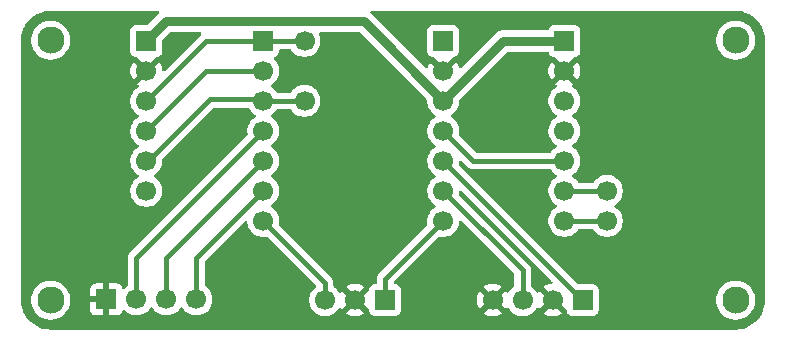
<source format=gbr>
%TF.GenerationSoftware,KiCad,Pcbnew,9.0.5*%
%TF.CreationDate,2025-10-12T13:28:30-04:00*%
%TF.ProjectId,operator-mk2,6f706572-6174-46f7-922d-6d6b322e6b69,rev?*%
%TF.SameCoordinates,Original*%
%TF.FileFunction,Copper,L2,Bot*%
%TF.FilePolarity,Positive*%
%FSLAX46Y46*%
G04 Gerber Fmt 4.6, Leading zero omitted, Abs format (unit mm)*
G04 Created by KiCad (PCBNEW 9.0.5) date 2025-10-12 13:28:30*
%MOMM*%
%LPD*%
G01*
G04 APERTURE LIST*
%TA.AperFunction,ComponentPad*%
%ADD10C,2.300000*%
%TD*%
%TA.AperFunction,ComponentPad*%
%ADD11R,1.700000X1.700000*%
%TD*%
%TA.AperFunction,ComponentPad*%
%ADD12C,1.700000*%
%TD*%
%TA.AperFunction,ViaPad*%
%ADD13C,1.700000*%
%TD*%
%TA.AperFunction,Conductor*%
%ADD14C,0.400000*%
%TD*%
%TA.AperFunction,Conductor*%
%ADD15C,0.800000*%
%TD*%
G04 APERTURE END LIST*
D10*
%TO.P,REF\u002A\u002A,*%
%TO.N,*%
X168000000Y-112000000D03*
%TD*%
%TO.P,REF\u002A\u002A,*%
%TO.N,*%
X168000000Y-90000000D03*
%TD*%
%TO.P,REF\u002A\u002A,*%
%TO.N,*%
X110000000Y-112000000D03*
%TD*%
%TO.P,REF\u002A\u002A,*%
%TO.N,*%
X110000000Y-90000000D03*
%TD*%
D11*
%TO.P,J4,1,Pin_1*%
%TO.N,3V*%
X153500000Y-90060000D03*
D12*
%TO.P,J4,2,Pin_2*%
%TO.N,GND*%
X153500000Y-92600000D03*
%TO.P,J4,3,Pin_3*%
%TO.N,unconnected-(J4-Pin_3-Pad3)*%
X153500000Y-95140000D03*
%TO.P,J4,4,Pin_4*%
%TO.N,unconnected-(J4-Pin_4-Pad4)*%
X153500000Y-97680000D03*
%TO.P,J4,5,Pin_5*%
%TO.N,DIN*%
X153500000Y-100220000D03*
%TO.P,J4,6,Pin_6*%
%TO.N,BCLK*%
X153500000Y-102760000D03*
%TO.P,J4,7,Pin_7*%
%TO.N,LRC*%
X153500000Y-105300000D03*
%TD*%
D11*
%TO.P,J3,1,Pin_1*%
%TO.N,D9*%
X155040000Y-112000000D03*
D12*
%TO.P,J3,2,Pin_2*%
%TO.N,GND*%
X152500000Y-112000000D03*
%TO.P,J3,3,Pin_3*%
%TO.N,D8*%
X149960000Y-112000000D03*
%TO.P,J3,4,Pin_4*%
%TO.N,GND*%
X147420000Y-112000000D03*
%TD*%
D11*
%TO.P,J5,1,Pin_1*%
%TO.N,BCLK*%
X128000000Y-90060000D03*
D12*
%TO.P,J5,2,Pin_2*%
%TO.N,DOUT*%
X128000000Y-92600000D03*
%TO.P,J5,3,Pin_3*%
%TO.N,LRC*%
X128000000Y-95140000D03*
%TO.P,J5,4,Pin_4*%
%TO.N,D3*%
X128000000Y-97680000D03*
%TO.P,J5,5,Pin_5*%
%TO.N,D4*%
X128000000Y-100220000D03*
%TO.P,J5,6,Pin_6*%
%TO.N,D5*%
X128000000Y-102760000D03*
%TO.P,J5,7,Pin_7*%
%TO.N,D6*%
X128000000Y-105300000D03*
%TD*%
D11*
%TO.P,J8,1,Pin_1*%
%TO.N,GND*%
X114720000Y-111950000D03*
D12*
%TO.P,J8,2,Pin_2*%
%TO.N,D3*%
X117260000Y-111950000D03*
%TO.P,J8,3,Pin_3*%
%TO.N,D4*%
X119800000Y-111950000D03*
%TO.P,J8,4,Pin_4*%
%TO.N,D5*%
X122340000Y-111950000D03*
%TD*%
D11*
%TO.P,J6,1,Pin_1*%
%TO.N,unconnected-(J6-Pin_1-Pad1)*%
X143235000Y-90060000D03*
D12*
%TO.P,J6,2,Pin_2*%
%TO.N,GND*%
X143235000Y-92600000D03*
%TO.P,J6,3,Pin_3*%
%TO.N,3V*%
X143235000Y-95140000D03*
%TO.P,J6,4,Pin_4*%
%TO.N,DIN*%
X143235000Y-97680000D03*
%TO.P,J6,5,Pin_5*%
%TO.N,D9*%
X143235000Y-100220000D03*
%TO.P,J6,6,Pin_6*%
%TO.N,D8*%
X143235000Y-102760000D03*
%TO.P,J6,7,Pin_7*%
%TO.N,D7*%
X143235000Y-105300000D03*
%TD*%
D11*
%TO.P,J1,1,Pin_1*%
%TO.N,D7*%
X138320000Y-112000000D03*
D12*
%TO.P,J1,2,Pin_2*%
%TO.N,GND*%
X135780000Y-112000000D03*
%TO.P,J1,3,Pin_3*%
%TO.N,D6*%
X133240000Y-112000000D03*
%TD*%
D11*
%TO.P,J2,1,Pin_1*%
%TO.N,3V*%
X118100000Y-90060000D03*
D12*
%TO.P,J2,2,Pin_2*%
%TO.N,GND*%
X118100000Y-92600000D03*
%TO.P,J2,3,Pin_3*%
%TO.N,BCLK*%
X118100000Y-95140000D03*
%TO.P,J2,4,Pin_4*%
%TO.N,DOUT*%
X118100000Y-97680000D03*
%TO.P,J2,5,Pin_5*%
%TO.N,LRC*%
X118100000Y-100220000D03*
%TO.P,J2,6,Pin_6*%
%TO.N,unconnected-(J2-Pin_6-Pad6)*%
X118100000Y-102760000D03*
%TD*%
D13*
%TO.N,BCLK*%
X131500000Y-90060000D03*
X157100000Y-102760000D03*
%TO.N,LRC*%
X157100000Y-105300000D03*
X131500000Y-95140000D03*
%TD*%
D14*
%TO.N,BCLK*%
X128000000Y-90060000D02*
X123180000Y-90060000D01*
X128000000Y-90060000D02*
X131500000Y-90060000D01*
X123180000Y-90060000D02*
X118100000Y-95140000D01*
X157100000Y-102760000D02*
X153500000Y-102760000D01*
%TO.N,LRC*%
X127860000Y-95000000D02*
X123500000Y-95000000D01*
X157100000Y-105300000D02*
X153500000Y-105300000D01*
X128000000Y-95140000D02*
X127860000Y-95000000D01*
X128000000Y-95140000D02*
X131500000Y-95140000D01*
X118280000Y-100220000D02*
X118100000Y-100220000D01*
X123500000Y-95000000D02*
X118280000Y-100220000D01*
D15*
%TO.N,3V*%
X148315000Y-90060000D02*
X153500000Y-90060000D01*
X119751000Y-88409000D02*
X118100000Y-90060000D01*
X143235000Y-95140000D02*
X148315000Y-90060000D01*
X136504000Y-88409000D02*
X119751000Y-88409000D01*
X143235000Y-95140000D02*
X136504000Y-88409000D01*
D14*
%TO.N,DOUT*%
X123180000Y-92600000D02*
X118100000Y-97680000D01*
X128000000Y-92600000D02*
X123180000Y-92600000D01*
%TO.N,DIN*%
X143235000Y-97680000D02*
X145775000Y-100220000D01*
X145775000Y-100220000D02*
X153500000Y-100220000D01*
%TO.N,D7*%
X143235000Y-105300000D02*
X138320000Y-110215000D01*
X138320000Y-110215000D02*
X138320000Y-112000000D01*
%TO.N,D9*%
X143235000Y-100220000D02*
X155015000Y-112000000D01*
X155015000Y-112000000D02*
X155040000Y-112000000D01*
%TO.N,D4*%
X128000000Y-100220000D02*
X119800000Y-108420000D01*
X119800000Y-108420000D02*
X119800000Y-111950000D01*
%TO.N,D8*%
X149960000Y-109485000D02*
X149960000Y-112000000D01*
X143235000Y-102760000D02*
X149960000Y-109485000D01*
%TO.N,D5*%
X128000000Y-102760000D02*
X122340000Y-108420000D01*
X122340000Y-108420000D02*
X122340000Y-111950000D01*
%TO.N,D6*%
X128000000Y-105300000D02*
X133240000Y-110540000D01*
X133240000Y-110540000D02*
X133240000Y-112000000D01*
%TO.N,D3*%
X117260000Y-108420000D02*
X117260000Y-111950000D01*
X128000000Y-97680000D02*
X117260000Y-108420000D01*
%TD*%
%TA.AperFunction,Conductor*%
%TO.N,GND*%
G36*
X119153677Y-87520185D02*
G01*
X119199432Y-87572989D01*
X119209376Y-87642147D01*
X119180351Y-87705703D01*
X119174319Y-87712181D01*
X118213317Y-88673181D01*
X118151994Y-88706666D01*
X118125636Y-88709500D01*
X117202129Y-88709500D01*
X117202123Y-88709501D01*
X117142516Y-88715908D01*
X117007671Y-88766202D01*
X117007664Y-88766206D01*
X116892455Y-88852452D01*
X116892452Y-88852455D01*
X116806206Y-88967664D01*
X116806202Y-88967671D01*
X116755908Y-89102517D01*
X116749816Y-89159184D01*
X116749501Y-89162123D01*
X116749500Y-89162135D01*
X116749500Y-90957870D01*
X116749501Y-90957876D01*
X116755908Y-91017483D01*
X116806202Y-91152328D01*
X116806206Y-91152335D01*
X116892452Y-91267544D01*
X116892455Y-91267547D01*
X117007664Y-91353793D01*
X117007671Y-91353797D01*
X117052618Y-91370561D01*
X117142517Y-91404091D01*
X117202127Y-91410500D01*
X117212685Y-91410499D01*
X117279723Y-91430179D01*
X117300372Y-91446818D01*
X117970591Y-92117037D01*
X117907007Y-92134075D01*
X117792993Y-92199901D01*
X117699901Y-92292993D01*
X117634075Y-92407007D01*
X117617037Y-92470591D01*
X116984728Y-91838282D01*
X116984727Y-91838282D01*
X116945380Y-91892439D01*
X116848904Y-92081782D01*
X116783242Y-92283869D01*
X116783242Y-92283872D01*
X116750000Y-92493753D01*
X116750000Y-92706246D01*
X116783242Y-92916127D01*
X116783242Y-92916130D01*
X116848904Y-93118217D01*
X116945375Y-93307550D01*
X116984728Y-93361716D01*
X117617037Y-92729408D01*
X117634075Y-92792993D01*
X117699901Y-92907007D01*
X117792993Y-93000099D01*
X117907007Y-93065925D01*
X117970590Y-93082962D01*
X117338282Y-93715269D01*
X117338282Y-93715270D01*
X117392452Y-93754626D01*
X117392451Y-93754626D01*
X117401495Y-93759234D01*
X117452292Y-93807208D01*
X117469087Y-93875029D01*
X117446550Y-93941164D01*
X117401499Y-93980202D01*
X117392182Y-93984949D01*
X117220213Y-94109890D01*
X117069890Y-94260213D01*
X116944951Y-94432179D01*
X116848444Y-94621585D01*
X116782753Y-94823760D01*
X116749500Y-95033713D01*
X116749500Y-95246286D01*
X116782753Y-95456239D01*
X116848444Y-95658414D01*
X116944951Y-95847820D01*
X117069890Y-96019786D01*
X117220213Y-96170109D01*
X117392182Y-96295050D01*
X117400946Y-96299516D01*
X117451742Y-96347491D01*
X117468536Y-96415312D01*
X117445998Y-96481447D01*
X117400946Y-96520484D01*
X117392182Y-96524949D01*
X117220213Y-96649890D01*
X117069890Y-96800213D01*
X116944951Y-96972179D01*
X116848444Y-97161585D01*
X116782753Y-97363760D01*
X116774285Y-97417227D01*
X116749500Y-97573713D01*
X116749500Y-97786287D01*
X116782754Y-97996243D01*
X116828889Y-98138232D01*
X116848444Y-98198414D01*
X116944951Y-98387820D01*
X117069890Y-98559786D01*
X117220213Y-98710109D01*
X117392182Y-98835050D01*
X117400946Y-98839516D01*
X117451742Y-98887491D01*
X117468536Y-98955312D01*
X117445998Y-99021447D01*
X117400946Y-99060484D01*
X117392182Y-99064949D01*
X117220213Y-99189890D01*
X117069890Y-99340213D01*
X116944951Y-99512179D01*
X116848444Y-99701585D01*
X116782753Y-99903760D01*
X116749500Y-100113713D01*
X116749500Y-100326286D01*
X116780613Y-100522730D01*
X116782754Y-100536243D01*
X116798850Y-100585782D01*
X116848444Y-100738414D01*
X116944951Y-100927820D01*
X117069890Y-101099786D01*
X117220213Y-101250109D01*
X117392182Y-101375050D01*
X117400946Y-101379516D01*
X117451742Y-101427491D01*
X117468536Y-101495312D01*
X117445998Y-101561447D01*
X117400946Y-101600484D01*
X117392182Y-101604949D01*
X117220213Y-101729890D01*
X117069890Y-101880213D01*
X116944951Y-102052179D01*
X116848444Y-102241585D01*
X116782753Y-102443760D01*
X116749500Y-102653713D01*
X116749500Y-102866286D01*
X116780613Y-103062730D01*
X116782754Y-103076243D01*
X116798850Y-103125782D01*
X116848444Y-103278414D01*
X116944951Y-103467820D01*
X117069890Y-103639786D01*
X117220213Y-103790109D01*
X117392179Y-103915048D01*
X117392181Y-103915049D01*
X117392184Y-103915051D01*
X117581588Y-104011557D01*
X117783757Y-104077246D01*
X117993713Y-104110500D01*
X117993714Y-104110500D01*
X118206286Y-104110500D01*
X118206287Y-104110500D01*
X118416243Y-104077246D01*
X118618412Y-104011557D01*
X118807816Y-103915051D01*
X118829789Y-103899086D01*
X118979786Y-103790109D01*
X118979788Y-103790106D01*
X118979792Y-103790104D01*
X119130104Y-103639792D01*
X119130106Y-103639788D01*
X119130109Y-103639786D01*
X119255048Y-103467820D01*
X119255047Y-103467820D01*
X119255051Y-103467816D01*
X119351557Y-103278412D01*
X119417246Y-103076243D01*
X119450500Y-102866287D01*
X119450500Y-102653713D01*
X119417246Y-102443757D01*
X119351557Y-102241588D01*
X119255051Y-102052184D01*
X119255049Y-102052181D01*
X119255048Y-102052179D01*
X119130109Y-101880213D01*
X118979786Y-101729890D01*
X118807820Y-101604951D01*
X118807115Y-101604591D01*
X118799054Y-101600485D01*
X118748259Y-101552512D01*
X118731463Y-101484692D01*
X118753999Y-101418556D01*
X118799054Y-101379515D01*
X118807816Y-101375051D01*
X118829789Y-101359086D01*
X118979786Y-101250109D01*
X118979788Y-101250106D01*
X118979792Y-101250104D01*
X119130104Y-101099792D01*
X119130106Y-101099788D01*
X119130109Y-101099786D01*
X119255048Y-100927820D01*
X119255047Y-100927820D01*
X119255051Y-100927816D01*
X119351557Y-100738412D01*
X119417246Y-100536243D01*
X119450500Y-100326287D01*
X119450500Y-100113713D01*
X119450326Y-100112617D01*
X119450380Y-100112197D01*
X119450118Y-100108860D01*
X119450819Y-100108804D01*
X119459278Y-100043327D01*
X119485115Y-100005540D01*
X123753838Y-95736819D01*
X123815161Y-95703334D01*
X123841519Y-95700500D01*
X126693900Y-95700500D01*
X126760939Y-95720185D01*
X126804385Y-95768205D01*
X126841221Y-95840500D01*
X126844951Y-95847819D01*
X126969890Y-96019786D01*
X127120213Y-96170109D01*
X127292182Y-96295050D01*
X127300946Y-96299516D01*
X127351742Y-96347491D01*
X127368536Y-96415312D01*
X127345998Y-96481447D01*
X127300946Y-96520484D01*
X127292182Y-96524949D01*
X127120213Y-96649890D01*
X126969890Y-96800213D01*
X126844951Y-96972179D01*
X126748444Y-97161585D01*
X126682753Y-97363760D01*
X126649500Y-97573713D01*
X126649500Y-97786287D01*
X126649499Y-97786287D01*
X126674284Y-97942771D01*
X126665329Y-98012064D01*
X126639492Y-98049849D01*
X116715887Y-107973454D01*
X116639222Y-108088192D01*
X116586421Y-108215667D01*
X116586418Y-108215677D01*
X116559500Y-108351004D01*
X116559500Y-110726452D01*
X116539815Y-110793491D01*
X116508385Y-110826770D01*
X116380215Y-110919889D01*
X116266285Y-111033819D01*
X116204962Y-111067303D01*
X116135270Y-111062319D01*
X116079337Y-111020447D01*
X116062422Y-110989470D01*
X116013354Y-110857913D01*
X116013350Y-110857906D01*
X115927190Y-110742812D01*
X115927187Y-110742809D01*
X115812093Y-110656649D01*
X115812086Y-110656645D01*
X115677379Y-110606403D01*
X115677372Y-110606401D01*
X115617844Y-110600000D01*
X114970000Y-110600000D01*
X114970000Y-111516988D01*
X114912993Y-111484075D01*
X114785826Y-111450000D01*
X114654174Y-111450000D01*
X114527007Y-111484075D01*
X114470000Y-111516988D01*
X114470000Y-110600000D01*
X113822155Y-110600000D01*
X113762627Y-110606401D01*
X113762620Y-110606403D01*
X113627913Y-110656645D01*
X113627906Y-110656649D01*
X113512812Y-110742809D01*
X113512809Y-110742812D01*
X113426649Y-110857906D01*
X113426645Y-110857913D01*
X113376403Y-110992620D01*
X113376401Y-110992627D01*
X113370000Y-111052155D01*
X113370000Y-111700000D01*
X114286988Y-111700000D01*
X114254075Y-111757007D01*
X114220000Y-111884174D01*
X114220000Y-112015826D01*
X114254075Y-112142993D01*
X114286988Y-112200000D01*
X113370000Y-112200000D01*
X113370000Y-112847844D01*
X113376401Y-112907372D01*
X113376403Y-112907379D01*
X113426645Y-113042086D01*
X113426649Y-113042093D01*
X113512809Y-113157187D01*
X113512812Y-113157190D01*
X113627906Y-113243350D01*
X113627913Y-113243354D01*
X113762620Y-113293596D01*
X113762627Y-113293598D01*
X113822155Y-113299999D01*
X113822172Y-113300000D01*
X114470000Y-113300000D01*
X114470000Y-112383012D01*
X114527007Y-112415925D01*
X114654174Y-112450000D01*
X114785826Y-112450000D01*
X114912993Y-112415925D01*
X114970000Y-112383012D01*
X114970000Y-113300000D01*
X115617828Y-113300000D01*
X115617844Y-113299999D01*
X115677372Y-113293598D01*
X115677379Y-113293596D01*
X115812086Y-113243354D01*
X115812093Y-113243350D01*
X115927187Y-113157190D01*
X115927190Y-113157187D01*
X116013350Y-113042093D01*
X116013354Y-113042086D01*
X116062422Y-112910529D01*
X116104293Y-112854595D01*
X116169757Y-112830178D01*
X116238030Y-112845030D01*
X116266285Y-112866181D01*
X116380213Y-112980109D01*
X116552179Y-113105048D01*
X116552181Y-113105049D01*
X116552184Y-113105051D01*
X116741588Y-113201557D01*
X116943757Y-113267246D01*
X117153713Y-113300500D01*
X117153714Y-113300500D01*
X117366286Y-113300500D01*
X117366287Y-113300500D01*
X117576243Y-113267246D01*
X117778412Y-113201557D01*
X117967816Y-113105051D01*
X118054471Y-113042093D01*
X118139786Y-112980109D01*
X118139788Y-112980106D01*
X118139792Y-112980104D01*
X118290104Y-112829792D01*
X118290106Y-112829788D01*
X118290109Y-112829786D01*
X118415048Y-112657820D01*
X118415047Y-112657820D01*
X118415051Y-112657816D01*
X118419514Y-112649054D01*
X118467488Y-112598259D01*
X118535308Y-112581463D01*
X118601444Y-112603999D01*
X118640486Y-112649056D01*
X118644951Y-112657820D01*
X118769890Y-112829786D01*
X118920213Y-112980109D01*
X119092179Y-113105048D01*
X119092181Y-113105049D01*
X119092184Y-113105051D01*
X119281588Y-113201557D01*
X119483757Y-113267246D01*
X119693713Y-113300500D01*
X119693714Y-113300500D01*
X119906286Y-113300500D01*
X119906287Y-113300500D01*
X120116243Y-113267246D01*
X120318412Y-113201557D01*
X120507816Y-113105051D01*
X120594471Y-113042093D01*
X120679786Y-112980109D01*
X120679788Y-112980106D01*
X120679792Y-112980104D01*
X120830104Y-112829792D01*
X120830106Y-112829788D01*
X120830109Y-112829786D01*
X120955048Y-112657820D01*
X120955047Y-112657820D01*
X120955051Y-112657816D01*
X120959514Y-112649054D01*
X121007488Y-112598259D01*
X121075308Y-112581463D01*
X121141444Y-112603999D01*
X121180486Y-112649056D01*
X121184951Y-112657820D01*
X121309890Y-112829786D01*
X121460213Y-112980109D01*
X121632179Y-113105048D01*
X121632181Y-113105049D01*
X121632184Y-113105051D01*
X121821588Y-113201557D01*
X122023757Y-113267246D01*
X122233713Y-113300500D01*
X122233714Y-113300500D01*
X122446286Y-113300500D01*
X122446287Y-113300500D01*
X122656243Y-113267246D01*
X122858412Y-113201557D01*
X123047816Y-113105051D01*
X123134471Y-113042093D01*
X123219786Y-112980109D01*
X123219788Y-112980106D01*
X123219792Y-112980104D01*
X123370104Y-112829792D01*
X123370106Y-112829788D01*
X123370109Y-112829786D01*
X123495048Y-112657820D01*
X123495047Y-112657820D01*
X123495051Y-112657816D01*
X123591557Y-112468412D01*
X123657246Y-112266243D01*
X123690500Y-112056287D01*
X123690500Y-111843713D01*
X123657246Y-111633757D01*
X123591557Y-111431588D01*
X123495051Y-111242184D01*
X123495049Y-111242181D01*
X123495048Y-111242179D01*
X123370109Y-111070213D01*
X123219786Y-110919890D01*
X123091615Y-110826770D01*
X123048949Y-110771441D01*
X123040500Y-110726452D01*
X123040500Y-108761518D01*
X123060185Y-108694479D01*
X123076814Y-108673842D01*
X126437819Y-105312836D01*
X126499142Y-105279352D01*
X126568834Y-105284336D01*
X126624767Y-105326208D01*
X126649184Y-105391672D01*
X126649500Y-105400518D01*
X126649500Y-105406286D01*
X126682753Y-105616239D01*
X126748444Y-105818414D01*
X126844951Y-106007820D01*
X126969890Y-106179786D01*
X127120213Y-106330109D01*
X127292179Y-106455048D01*
X127292181Y-106455049D01*
X127292184Y-106455051D01*
X127481588Y-106551557D01*
X127683757Y-106617246D01*
X127893713Y-106650500D01*
X127893714Y-106650500D01*
X128106286Y-106650500D01*
X128106287Y-106650500D01*
X128262771Y-106625715D01*
X128332064Y-106634670D01*
X128369850Y-106660507D01*
X132442326Y-110732983D01*
X132475811Y-110794306D01*
X132470827Y-110863998D01*
X132428955Y-110919931D01*
X132427531Y-110920982D01*
X132360209Y-110969894D01*
X132209890Y-111120213D01*
X132084951Y-111292179D01*
X131988444Y-111481585D01*
X131922753Y-111683760D01*
X131897419Y-111843713D01*
X131889500Y-111893713D01*
X131889500Y-112106287D01*
X131893240Y-112129902D01*
X131922735Y-112316127D01*
X131922754Y-112316243D01*
X131966214Y-112450000D01*
X131988444Y-112518414D01*
X132084951Y-112707820D01*
X132209890Y-112879786D01*
X132360213Y-113030109D01*
X132532179Y-113155048D01*
X132532181Y-113155049D01*
X132532184Y-113155051D01*
X132721588Y-113251557D01*
X132923757Y-113317246D01*
X133133713Y-113350500D01*
X133133714Y-113350500D01*
X133346286Y-113350500D01*
X133346287Y-113350500D01*
X133556243Y-113317246D01*
X133758412Y-113251557D01*
X133947816Y-113155051D01*
X134034138Y-113092335D01*
X134119786Y-113030109D01*
X134119788Y-113030106D01*
X134119792Y-113030104D01*
X134270104Y-112879792D01*
X134270106Y-112879788D01*
X134270109Y-112879786D01*
X134355890Y-112761717D01*
X134395051Y-112707816D01*
X134399793Y-112698508D01*
X134447763Y-112647711D01*
X134515583Y-112630911D01*
X134581719Y-112653445D01*
X134620763Y-112698500D01*
X134625373Y-112707547D01*
X134664728Y-112761716D01*
X135297037Y-112129408D01*
X135314075Y-112192993D01*
X135379901Y-112307007D01*
X135472993Y-112400099D01*
X135587007Y-112465925D01*
X135650590Y-112482962D01*
X135018282Y-113115269D01*
X135018282Y-113115270D01*
X135072449Y-113154624D01*
X135261782Y-113251095D01*
X135463870Y-113316757D01*
X135673754Y-113350000D01*
X135886246Y-113350000D01*
X136096127Y-113316757D01*
X136096130Y-113316757D01*
X136298217Y-113251095D01*
X136487554Y-113154622D01*
X136541716Y-113115270D01*
X136541717Y-113115270D01*
X135909408Y-112482962D01*
X135972993Y-112465925D01*
X136087007Y-112400099D01*
X136180099Y-112307007D01*
X136245925Y-112192993D01*
X136262962Y-112129408D01*
X136933181Y-112799628D01*
X136966666Y-112860951D01*
X136969500Y-112887300D01*
X136969500Y-112897865D01*
X136969501Y-112897876D01*
X136975908Y-112957483D01*
X137026202Y-113092328D01*
X137026206Y-113092335D01*
X137112452Y-113207544D01*
X137112455Y-113207547D01*
X137227664Y-113293793D01*
X137227671Y-113293797D01*
X137362517Y-113344091D01*
X137362516Y-113344091D01*
X137369444Y-113344835D01*
X137422127Y-113350500D01*
X139217872Y-113350499D01*
X139277483Y-113344091D01*
X139412331Y-113293796D01*
X139527546Y-113207546D01*
X139613796Y-113092331D01*
X139664091Y-112957483D01*
X139670500Y-112897873D01*
X139670499Y-111102128D01*
X139664091Y-111042517D01*
X139620174Y-110924768D01*
X139613798Y-110907673D01*
X139613793Y-110907664D01*
X139527547Y-110792455D01*
X139527544Y-110792452D01*
X139412335Y-110706206D01*
X139412328Y-110706202D01*
X139277482Y-110655908D01*
X139277483Y-110655908D01*
X139217883Y-110649501D01*
X139217881Y-110649500D01*
X139217873Y-110649500D01*
X139217865Y-110649500D01*
X139175519Y-110649500D01*
X139108480Y-110629815D01*
X139062725Y-110577011D01*
X139052781Y-110507853D01*
X139081806Y-110444297D01*
X139087838Y-110437819D01*
X139786819Y-109738838D01*
X142865150Y-106660505D01*
X142926471Y-106627022D01*
X142972227Y-106625715D01*
X143028767Y-106634670D01*
X143128713Y-106650500D01*
X143128714Y-106650500D01*
X143341286Y-106650500D01*
X143341287Y-106650500D01*
X143551243Y-106617246D01*
X143753412Y-106551557D01*
X143942816Y-106455051D01*
X143964789Y-106439086D01*
X144114786Y-106330109D01*
X144114788Y-106330106D01*
X144114792Y-106330104D01*
X144265104Y-106179792D01*
X144265106Y-106179788D01*
X144265109Y-106179786D01*
X144390048Y-106007820D01*
X144390047Y-106007820D01*
X144390051Y-106007816D01*
X144486557Y-105818412D01*
X144552246Y-105616243D01*
X144585500Y-105406287D01*
X144585500Y-105400518D01*
X144605185Y-105333480D01*
X144657989Y-105287725D01*
X144727147Y-105277781D01*
X144790703Y-105306806D01*
X144797181Y-105312838D01*
X149223181Y-109738838D01*
X149256666Y-109800161D01*
X149259500Y-109826519D01*
X149259500Y-110776452D01*
X149239815Y-110843491D01*
X149208385Y-110876770D01*
X149080213Y-110969890D01*
X148929890Y-111120213D01*
X148804949Y-111292182D01*
X148800202Y-111301499D01*
X148752227Y-111352293D01*
X148684405Y-111369087D01*
X148618271Y-111346548D01*
X148579234Y-111301495D01*
X148574626Y-111292452D01*
X148535270Y-111238282D01*
X148535269Y-111238282D01*
X147902962Y-111870590D01*
X147885925Y-111807007D01*
X147820099Y-111692993D01*
X147727007Y-111599901D01*
X147612993Y-111534075D01*
X147549409Y-111517037D01*
X148181716Y-110884728D01*
X148127550Y-110845375D01*
X147938217Y-110748904D01*
X147736129Y-110683242D01*
X147526246Y-110650000D01*
X147313754Y-110650000D01*
X147103872Y-110683242D01*
X147103869Y-110683242D01*
X146901782Y-110748904D01*
X146712439Y-110845380D01*
X146658282Y-110884727D01*
X146658282Y-110884728D01*
X147290591Y-111517037D01*
X147227007Y-111534075D01*
X147112993Y-111599901D01*
X147019901Y-111692993D01*
X146954075Y-111807007D01*
X146937037Y-111870591D01*
X146304728Y-111238282D01*
X146304727Y-111238282D01*
X146265380Y-111292439D01*
X146168904Y-111481782D01*
X146103242Y-111683869D01*
X146103242Y-111683872D01*
X146070000Y-111893753D01*
X146070000Y-112106246D01*
X146103242Y-112316127D01*
X146103242Y-112316130D01*
X146168904Y-112518217D01*
X146265375Y-112707550D01*
X146304728Y-112761716D01*
X146937037Y-112129408D01*
X146954075Y-112192993D01*
X147019901Y-112307007D01*
X147112993Y-112400099D01*
X147227007Y-112465925D01*
X147290590Y-112482962D01*
X146658282Y-113115269D01*
X146658282Y-113115270D01*
X146712449Y-113154624D01*
X146901782Y-113251095D01*
X147103870Y-113316757D01*
X147313754Y-113350000D01*
X147526246Y-113350000D01*
X147736127Y-113316757D01*
X147736130Y-113316757D01*
X147938217Y-113251095D01*
X148127554Y-113154622D01*
X148181716Y-113115270D01*
X148181717Y-113115270D01*
X147549408Y-112482962D01*
X147612993Y-112465925D01*
X147727007Y-112400099D01*
X147820099Y-112307007D01*
X147885925Y-112192993D01*
X147902962Y-112129408D01*
X148535270Y-112761717D01*
X148535270Y-112761716D01*
X148574622Y-112707555D01*
X148579232Y-112698507D01*
X148627205Y-112647709D01*
X148695025Y-112630912D01*
X148761161Y-112653447D01*
X148800204Y-112698504D01*
X148804949Y-112707817D01*
X148929890Y-112879786D01*
X149080213Y-113030109D01*
X149252179Y-113155048D01*
X149252181Y-113155049D01*
X149252184Y-113155051D01*
X149441588Y-113251557D01*
X149643757Y-113317246D01*
X149853713Y-113350500D01*
X149853714Y-113350500D01*
X150066286Y-113350500D01*
X150066287Y-113350500D01*
X150276243Y-113317246D01*
X150478412Y-113251557D01*
X150667816Y-113155051D01*
X150754138Y-113092335D01*
X150839786Y-113030109D01*
X150839788Y-113030106D01*
X150839792Y-113030104D01*
X150990104Y-112879792D01*
X150990106Y-112879788D01*
X150990109Y-112879786D01*
X151075890Y-112761717D01*
X151115051Y-112707816D01*
X151119793Y-112698508D01*
X151167763Y-112647711D01*
X151235583Y-112630911D01*
X151301719Y-112653445D01*
X151340763Y-112698500D01*
X151345373Y-112707547D01*
X151384728Y-112761716D01*
X152017037Y-112129408D01*
X152034075Y-112192993D01*
X152099901Y-112307007D01*
X152192993Y-112400099D01*
X152307007Y-112465925D01*
X152370590Y-112482962D01*
X151738282Y-113115269D01*
X151738282Y-113115270D01*
X151792449Y-113154624D01*
X151981782Y-113251095D01*
X152183870Y-113316757D01*
X152393754Y-113350000D01*
X152606246Y-113350000D01*
X152816127Y-113316757D01*
X152816130Y-113316757D01*
X153018217Y-113251095D01*
X153207554Y-113154622D01*
X153261716Y-113115270D01*
X153261717Y-113115270D01*
X152629408Y-112482962D01*
X152692993Y-112465925D01*
X152807007Y-112400099D01*
X152900099Y-112307007D01*
X152965925Y-112192993D01*
X152982962Y-112129408D01*
X153653181Y-112799628D01*
X153686666Y-112860951D01*
X153689500Y-112887300D01*
X153689500Y-112897865D01*
X153689501Y-112897876D01*
X153695908Y-112957483D01*
X153746202Y-113092328D01*
X153746206Y-113092335D01*
X153832452Y-113207544D01*
X153832455Y-113207547D01*
X153947664Y-113293793D01*
X153947671Y-113293797D01*
X154082517Y-113344091D01*
X154082516Y-113344091D01*
X154089444Y-113344835D01*
X154142127Y-113350500D01*
X155937872Y-113350499D01*
X155997483Y-113344091D01*
X156132331Y-113293796D01*
X156247546Y-113207546D01*
X156333796Y-113092331D01*
X156384091Y-112957483D01*
X156390500Y-112897873D01*
X156390499Y-111870097D01*
X166349500Y-111870097D01*
X166349500Y-112129902D01*
X166390140Y-112386493D01*
X166470422Y-112633576D01*
X166508251Y-112707818D01*
X166583038Y-112854595D01*
X166588368Y-112865054D01*
X166708287Y-113030109D01*
X166741069Y-113075229D01*
X166924771Y-113258931D01*
X167134949Y-113411634D01*
X167282445Y-113486787D01*
X167366423Y-113529577D01*
X167366425Y-113529577D01*
X167366428Y-113529579D01*
X167613507Y-113609860D01*
X167745706Y-113630797D01*
X167870098Y-113650500D01*
X167870103Y-113650500D01*
X168129902Y-113650500D01*
X168243298Y-113632539D01*
X168386493Y-113609860D01*
X168633572Y-113529579D01*
X168865051Y-113411634D01*
X169075229Y-113258931D01*
X169258931Y-113075229D01*
X169411634Y-112865051D01*
X169529579Y-112633572D01*
X169609860Y-112386493D01*
X169643837Y-112171969D01*
X169650500Y-112129902D01*
X169650500Y-111870097D01*
X169621004Y-111683869D01*
X169609860Y-111613507D01*
X169529579Y-111366428D01*
X169529577Y-111366425D01*
X169529577Y-111366423D01*
X169486787Y-111282445D01*
X169411634Y-111134949D01*
X169258931Y-110924771D01*
X169075229Y-110741069D01*
X169064100Y-110732983D01*
X168865054Y-110588368D01*
X168865053Y-110588367D01*
X168865051Y-110588366D01*
X168792764Y-110551534D01*
X168633576Y-110470422D01*
X168386493Y-110390140D01*
X168129902Y-110349500D01*
X168129897Y-110349500D01*
X167870103Y-110349500D01*
X167870098Y-110349500D01*
X167613506Y-110390140D01*
X167366423Y-110470422D01*
X167134945Y-110588368D01*
X166924774Y-110741066D01*
X166924768Y-110741071D01*
X166741071Y-110924768D01*
X166741066Y-110924774D01*
X166588368Y-111134945D01*
X166470422Y-111366423D01*
X166390140Y-111613506D01*
X166349500Y-111870097D01*
X156390499Y-111870097D01*
X156390499Y-111102128D01*
X156384091Y-111042517D01*
X156377311Y-111024340D01*
X156333797Y-110907671D01*
X156333793Y-110907664D01*
X156247547Y-110792455D01*
X156247544Y-110792452D01*
X156132335Y-110706206D01*
X156132328Y-110706202D01*
X155997482Y-110655908D01*
X155997483Y-110655908D01*
X155937883Y-110649501D01*
X155937881Y-110649500D01*
X155937873Y-110649500D01*
X155937865Y-110649500D01*
X154706519Y-110649500D01*
X154639480Y-110629815D01*
X154618838Y-110613181D01*
X144595507Y-100589850D01*
X144593286Y-100585782D01*
X144589390Y-100583273D01*
X144576698Y-100555404D01*
X144562022Y-100528527D01*
X144561818Y-100522730D01*
X144560432Y-100519687D01*
X144560660Y-100489843D01*
X144560469Y-100484393D01*
X144560583Y-100483601D01*
X144585500Y-100326287D01*
X144585500Y-100311585D01*
X144586781Y-100302742D01*
X144597758Y-100278771D01*
X144605185Y-100253479D01*
X144612074Y-100247509D01*
X144615872Y-100239217D01*
X144638069Y-100224984D01*
X144657989Y-100207724D01*
X144667012Y-100206426D01*
X144674690Y-100201504D01*
X144701053Y-100201531D01*
X144727147Y-100197780D01*
X144735442Y-100201568D01*
X144744560Y-100201578D01*
X144766720Y-100215852D01*
X144790703Y-100226805D01*
X144797181Y-100232837D01*
X145230886Y-100666542D01*
X145302756Y-100738412D01*
X145328459Y-100764115D01*
X145443184Y-100840772D01*
X145443185Y-100840772D01*
X145443189Y-100840775D01*
X145484248Y-100857782D01*
X145570671Y-100893580D01*
X145597591Y-100898934D01*
X145696026Y-100918514D01*
X145706006Y-100920500D01*
X145706007Y-100920500D01*
X152276453Y-100920500D01*
X152343492Y-100940185D01*
X152376769Y-100971614D01*
X152411842Y-101019887D01*
X152469892Y-101099788D01*
X152620213Y-101250109D01*
X152792182Y-101375050D01*
X152800946Y-101379516D01*
X152851742Y-101427491D01*
X152868536Y-101495312D01*
X152845998Y-101561447D01*
X152800946Y-101600484D01*
X152792182Y-101604949D01*
X152620213Y-101729890D01*
X152469890Y-101880213D01*
X152344951Y-102052179D01*
X152248444Y-102241585D01*
X152182753Y-102443760D01*
X152149500Y-102653713D01*
X152149500Y-102866286D01*
X152180613Y-103062730D01*
X152182754Y-103076243D01*
X152198850Y-103125782D01*
X152248444Y-103278414D01*
X152344951Y-103467820D01*
X152469890Y-103639786D01*
X152620213Y-103790109D01*
X152792182Y-103915050D01*
X152800946Y-103919516D01*
X152851742Y-103967491D01*
X152868536Y-104035312D01*
X152845998Y-104101447D01*
X152800946Y-104140484D01*
X152792182Y-104144949D01*
X152620213Y-104269890D01*
X152469890Y-104420213D01*
X152344951Y-104592179D01*
X152248444Y-104781585D01*
X152182753Y-104983760D01*
X152149500Y-105193713D01*
X152149500Y-105406286D01*
X152182753Y-105616239D01*
X152248444Y-105818414D01*
X152344951Y-106007820D01*
X152469890Y-106179786D01*
X152620213Y-106330109D01*
X152792179Y-106455048D01*
X152792181Y-106455049D01*
X152792184Y-106455051D01*
X152981588Y-106551557D01*
X153183757Y-106617246D01*
X153393713Y-106650500D01*
X153393714Y-106650500D01*
X153606286Y-106650500D01*
X153606287Y-106650500D01*
X153816243Y-106617246D01*
X154018412Y-106551557D01*
X154207816Y-106455051D01*
X154229789Y-106439086D01*
X154379786Y-106330109D01*
X154379788Y-106330106D01*
X154379792Y-106330104D01*
X154530104Y-106179792D01*
X154623229Y-106051614D01*
X154678558Y-106008949D01*
X154723547Y-106000500D01*
X155876453Y-106000500D01*
X155943492Y-106020185D01*
X155976769Y-106051614D01*
X156011842Y-106099887D01*
X156069892Y-106179788D01*
X156220213Y-106330109D01*
X156392179Y-106455048D01*
X156392181Y-106455049D01*
X156392184Y-106455051D01*
X156581588Y-106551557D01*
X156783757Y-106617246D01*
X156993713Y-106650500D01*
X156993714Y-106650500D01*
X157206286Y-106650500D01*
X157206287Y-106650500D01*
X157416243Y-106617246D01*
X157618412Y-106551557D01*
X157807816Y-106455051D01*
X157829789Y-106439086D01*
X157979786Y-106330109D01*
X157979788Y-106330106D01*
X157979792Y-106330104D01*
X158130104Y-106179792D01*
X158130106Y-106179788D01*
X158130109Y-106179786D01*
X158255048Y-106007820D01*
X158255047Y-106007820D01*
X158255051Y-106007816D01*
X158351557Y-105818412D01*
X158417246Y-105616243D01*
X158450500Y-105406287D01*
X158450500Y-105193713D01*
X158417246Y-104983757D01*
X158351557Y-104781588D01*
X158255051Y-104592184D01*
X158255049Y-104592181D01*
X158255048Y-104592179D01*
X158130109Y-104420213D01*
X157979786Y-104269890D01*
X157807820Y-104144951D01*
X157807115Y-104144591D01*
X157799054Y-104140485D01*
X157748259Y-104092512D01*
X157731463Y-104024692D01*
X157753999Y-103958556D01*
X157799054Y-103919515D01*
X157807816Y-103915051D01*
X157829789Y-103899086D01*
X157979786Y-103790109D01*
X157979788Y-103790106D01*
X157979792Y-103790104D01*
X158130104Y-103639792D01*
X158130106Y-103639788D01*
X158130109Y-103639786D01*
X158255048Y-103467820D01*
X158255047Y-103467820D01*
X158255051Y-103467816D01*
X158351557Y-103278412D01*
X158417246Y-103076243D01*
X158450500Y-102866287D01*
X158450500Y-102653713D01*
X158417246Y-102443757D01*
X158351557Y-102241588D01*
X158255051Y-102052184D01*
X158255049Y-102052181D01*
X158255048Y-102052179D01*
X158130109Y-101880213D01*
X157979786Y-101729890D01*
X157807820Y-101604951D01*
X157618414Y-101508444D01*
X157618413Y-101508443D01*
X157618412Y-101508443D01*
X157416243Y-101442754D01*
X157416241Y-101442753D01*
X157416240Y-101442753D01*
X157254957Y-101417208D01*
X157206287Y-101409500D01*
X156993713Y-101409500D01*
X156945042Y-101417208D01*
X156783760Y-101442753D01*
X156581585Y-101508444D01*
X156392179Y-101604951D01*
X156220213Y-101729890D01*
X156069892Y-101880211D01*
X156001573Y-101974247D01*
X155976770Y-102008385D01*
X155921442Y-102051051D01*
X155876453Y-102059500D01*
X154723547Y-102059500D01*
X154656508Y-102039815D01*
X154623230Y-102008385D01*
X154530108Y-101880213D01*
X154530107Y-101880211D01*
X154379786Y-101729890D01*
X154207820Y-101604951D01*
X154207115Y-101604591D01*
X154199054Y-101600485D01*
X154148259Y-101552512D01*
X154131463Y-101484692D01*
X154153999Y-101418556D01*
X154199054Y-101379515D01*
X154207816Y-101375051D01*
X154229789Y-101359086D01*
X154379786Y-101250109D01*
X154379788Y-101250106D01*
X154379792Y-101250104D01*
X154530104Y-101099792D01*
X154530106Y-101099788D01*
X154530109Y-101099786D01*
X154655048Y-100927820D01*
X154655047Y-100927820D01*
X154655051Y-100927816D01*
X154751557Y-100738412D01*
X154817246Y-100536243D01*
X154850500Y-100326287D01*
X154850500Y-100113713D01*
X154817246Y-99903757D01*
X154751557Y-99701588D01*
X154655051Y-99512184D01*
X154655049Y-99512181D01*
X154655048Y-99512179D01*
X154530109Y-99340213D01*
X154379786Y-99189890D01*
X154207820Y-99064951D01*
X154207115Y-99064591D01*
X154199054Y-99060485D01*
X154148259Y-99012512D01*
X154131463Y-98944692D01*
X154153999Y-98878556D01*
X154199054Y-98839515D01*
X154207816Y-98835051D01*
X154229789Y-98819086D01*
X154379786Y-98710109D01*
X154379788Y-98710106D01*
X154379792Y-98710104D01*
X154530104Y-98559792D01*
X154530106Y-98559788D01*
X154530109Y-98559786D01*
X154655048Y-98387820D01*
X154655047Y-98387820D01*
X154655051Y-98387816D01*
X154751557Y-98198412D01*
X154817246Y-97996243D01*
X154850500Y-97786287D01*
X154850500Y-97573713D01*
X154817246Y-97363757D01*
X154751557Y-97161588D01*
X154655051Y-96972184D01*
X154655049Y-96972181D01*
X154655048Y-96972179D01*
X154530109Y-96800213D01*
X154379786Y-96649890D01*
X154207820Y-96524951D01*
X154207115Y-96524591D01*
X154199054Y-96520485D01*
X154148259Y-96472512D01*
X154131463Y-96404692D01*
X154153999Y-96338556D01*
X154199054Y-96299515D01*
X154207816Y-96295051D01*
X154229789Y-96279086D01*
X154379786Y-96170109D01*
X154379788Y-96170106D01*
X154379792Y-96170104D01*
X154530104Y-96019792D01*
X154530106Y-96019788D01*
X154530109Y-96019786D01*
X154655048Y-95847820D01*
X154655049Y-95847819D01*
X154655051Y-95847816D01*
X154751557Y-95658412D01*
X154817246Y-95456243D01*
X154850500Y-95246287D01*
X154850500Y-95033713D01*
X154817246Y-94823757D01*
X154751557Y-94621588D01*
X154655051Y-94432184D01*
X154655049Y-94432181D01*
X154655048Y-94432179D01*
X154530109Y-94260213D01*
X154379786Y-94109890D01*
X154207817Y-93984949D01*
X154198504Y-93980204D01*
X154147707Y-93932230D01*
X154130912Y-93864409D01*
X154153449Y-93798274D01*
X154198507Y-93759232D01*
X154207555Y-93754622D01*
X154261716Y-93715270D01*
X154261717Y-93715270D01*
X153629408Y-93082962D01*
X153692993Y-93065925D01*
X153807007Y-93000099D01*
X153900099Y-92907007D01*
X153965925Y-92792993D01*
X153982962Y-92729408D01*
X154615270Y-93361717D01*
X154615270Y-93361716D01*
X154654622Y-93307554D01*
X154751095Y-93118217D01*
X154816757Y-92916130D01*
X154816757Y-92916127D01*
X154850000Y-92706246D01*
X154850000Y-92493753D01*
X154816757Y-92283872D01*
X154816757Y-92283869D01*
X154751095Y-92081782D01*
X154654624Y-91892449D01*
X154615270Y-91838282D01*
X154615269Y-91838282D01*
X153982962Y-92470590D01*
X153965925Y-92407007D01*
X153900099Y-92292993D01*
X153807007Y-92199901D01*
X153692993Y-92134075D01*
X153629409Y-92117037D01*
X154299627Y-91446818D01*
X154360950Y-91413333D01*
X154387307Y-91410499D01*
X154397872Y-91410499D01*
X154457483Y-91404091D01*
X154592331Y-91353796D01*
X154707546Y-91267546D01*
X154793796Y-91152331D01*
X154844091Y-91017483D01*
X154850500Y-90957873D01*
X154850499Y-89870097D01*
X166349500Y-89870097D01*
X166349500Y-90129902D01*
X166390140Y-90386493D01*
X166470422Y-90633576D01*
X166535094Y-90760500D01*
X166561139Y-90811616D01*
X166588368Y-90865054D01*
X166741066Y-91075225D01*
X166741069Y-91075229D01*
X166924771Y-91258931D01*
X167134949Y-91411634D01*
X167260603Y-91475658D01*
X167366423Y-91529577D01*
X167366425Y-91529577D01*
X167366428Y-91529579D01*
X167613507Y-91609860D01*
X167745706Y-91630797D01*
X167870098Y-91650500D01*
X167870103Y-91650500D01*
X168129902Y-91650500D01*
X168243298Y-91632539D01*
X168386493Y-91609860D01*
X168633572Y-91529579D01*
X168865051Y-91411634D01*
X169075229Y-91258931D01*
X169258931Y-91075229D01*
X169411634Y-90865051D01*
X169529579Y-90633572D01*
X169609860Y-90386493D01*
X169644737Y-90166286D01*
X169650500Y-90129902D01*
X169650500Y-89870097D01*
X169628947Y-89734021D01*
X169609860Y-89613507D01*
X169529579Y-89366428D01*
X169529577Y-89366425D01*
X169529577Y-89366423D01*
X169476362Y-89261985D01*
X169411634Y-89134949D01*
X169258931Y-88924771D01*
X169075229Y-88741069D01*
X168865051Y-88588366D01*
X168792764Y-88551534D01*
X168633576Y-88470422D01*
X168386493Y-88390140D01*
X168129902Y-88349500D01*
X168129897Y-88349500D01*
X167870103Y-88349500D01*
X167870098Y-88349500D01*
X167613506Y-88390140D01*
X167366423Y-88470422D01*
X167134945Y-88588368D01*
X166924774Y-88741066D01*
X166924768Y-88741071D01*
X166741071Y-88924768D01*
X166741066Y-88924774D01*
X166588368Y-89134945D01*
X166470422Y-89366423D01*
X166390140Y-89613506D01*
X166349500Y-89870097D01*
X154850499Y-89870097D01*
X154850499Y-89162128D01*
X154844091Y-89102517D01*
X154835257Y-89078833D01*
X154793797Y-88967671D01*
X154793793Y-88967664D01*
X154707547Y-88852455D01*
X154707544Y-88852452D01*
X154592335Y-88766206D01*
X154592328Y-88766202D01*
X154457482Y-88715908D01*
X154457483Y-88715908D01*
X154397883Y-88709501D01*
X154397881Y-88709500D01*
X154397873Y-88709500D01*
X154397864Y-88709500D01*
X152602129Y-88709500D01*
X152602123Y-88709501D01*
X152542516Y-88715908D01*
X152407671Y-88766202D01*
X152407664Y-88766206D01*
X152292455Y-88852452D01*
X152292452Y-88852455D01*
X152206206Y-88967664D01*
X152206202Y-88967671D01*
X152164742Y-89078833D01*
X152122871Y-89134767D01*
X152057407Y-89159184D01*
X152048560Y-89159500D01*
X148226303Y-89159500D01*
X148052341Y-89194103D01*
X148052333Y-89194105D01*
X147888455Y-89261985D01*
X147888446Y-89261990D01*
X147740964Y-89360535D01*
X147740960Y-89360538D01*
X144759796Y-92341703D01*
X144698473Y-92375188D01*
X144628781Y-92370204D01*
X144572848Y-92328332D01*
X144554027Y-92288258D01*
X144553264Y-92288507D01*
X144486095Y-92081782D01*
X144389624Y-91892449D01*
X144350270Y-91838282D01*
X144350269Y-91838282D01*
X143717962Y-92470589D01*
X143700925Y-92407007D01*
X143635099Y-92292993D01*
X143542007Y-92199901D01*
X143427993Y-92134075D01*
X143364409Y-92117037D01*
X144034627Y-91446818D01*
X144095950Y-91413333D01*
X144122307Y-91410499D01*
X144132872Y-91410499D01*
X144192483Y-91404091D01*
X144327331Y-91353796D01*
X144442546Y-91267546D01*
X144528796Y-91152331D01*
X144579091Y-91017483D01*
X144585500Y-90957873D01*
X144585499Y-89162128D01*
X144579091Y-89102517D01*
X144570257Y-89078833D01*
X144528797Y-88967671D01*
X144528793Y-88967664D01*
X144442547Y-88852455D01*
X144442544Y-88852452D01*
X144327335Y-88766206D01*
X144327328Y-88766202D01*
X144192482Y-88715908D01*
X144192483Y-88715908D01*
X144132883Y-88709501D01*
X144132881Y-88709500D01*
X144132873Y-88709500D01*
X144132864Y-88709500D01*
X142337129Y-88709500D01*
X142337123Y-88709501D01*
X142277516Y-88715908D01*
X142142671Y-88766202D01*
X142142664Y-88766206D01*
X142027455Y-88852452D01*
X142027452Y-88852455D01*
X141941206Y-88967664D01*
X141941202Y-88967671D01*
X141890908Y-89102517D01*
X141884816Y-89159184D01*
X141884501Y-89162123D01*
X141884500Y-89162135D01*
X141884500Y-90957870D01*
X141884501Y-90957876D01*
X141890908Y-91017483D01*
X141941202Y-91152328D01*
X141941206Y-91152335D01*
X142027452Y-91267544D01*
X142027455Y-91267547D01*
X142142664Y-91353793D01*
X142142671Y-91353797D01*
X142187618Y-91370561D01*
X142277517Y-91404091D01*
X142337127Y-91410500D01*
X142347685Y-91410499D01*
X142414723Y-91430179D01*
X142435372Y-91446818D01*
X143105591Y-92117037D01*
X143042007Y-92134075D01*
X142927993Y-92199901D01*
X142834901Y-92292993D01*
X142769075Y-92407007D01*
X142752037Y-92470591D01*
X142119728Y-91838282D01*
X142119727Y-91838282D01*
X142080380Y-91892439D01*
X141983904Y-92081782D01*
X141916736Y-92288507D01*
X141915512Y-92288109D01*
X141883650Y-92343578D01*
X141821618Y-92375730D01*
X141752050Y-92369240D01*
X141710203Y-92341703D01*
X138614988Y-89246487D01*
X137080682Y-87712181D01*
X137047197Y-87650858D01*
X137052181Y-87581166D01*
X137094053Y-87525233D01*
X137159517Y-87500816D01*
X137168363Y-87500500D01*
X167934108Y-87500500D01*
X167996249Y-87500500D01*
X168003736Y-87500726D01*
X168293796Y-87518271D01*
X168308657Y-87520075D01*
X168434324Y-87543105D01*
X168590798Y-87571780D01*
X168605335Y-87575363D01*
X168879172Y-87660695D01*
X168893163Y-87666000D01*
X169154743Y-87783727D01*
X169167989Y-87790680D01*
X169413465Y-87939075D01*
X169425776Y-87947573D01*
X169651573Y-88124473D01*
X169662781Y-88134403D01*
X169865596Y-88337218D01*
X169875526Y-88348426D01*
X169908207Y-88390140D01*
X169995481Y-88501538D01*
X170052422Y-88574217D01*
X170060926Y-88586537D01*
X170169540Y-88766206D01*
X170209316Y-88832004D01*
X170216274Y-88845262D01*
X170219511Y-88852454D01*
X170333997Y-89106831D01*
X170339306Y-89120832D01*
X170424635Y-89394663D01*
X170428219Y-89409201D01*
X170479923Y-89691340D01*
X170481728Y-89706205D01*
X170499274Y-89996263D01*
X170499500Y-90003750D01*
X170499500Y-111996249D01*
X170499274Y-112003736D01*
X170481728Y-112293794D01*
X170479923Y-112308659D01*
X170428219Y-112590798D01*
X170424635Y-112605336D01*
X170339306Y-112879167D01*
X170333997Y-112893168D01*
X170216275Y-113154736D01*
X170209316Y-113167995D01*
X170060928Y-113413459D01*
X170052422Y-113425782D01*
X169875526Y-113651573D01*
X169865596Y-113662781D01*
X169662781Y-113865596D01*
X169651573Y-113875526D01*
X169425782Y-114052422D01*
X169413459Y-114060928D01*
X169167995Y-114209316D01*
X169154736Y-114216275D01*
X168893168Y-114333997D01*
X168879167Y-114339306D01*
X168605336Y-114424635D01*
X168590798Y-114428219D01*
X168308659Y-114479923D01*
X168293794Y-114481728D01*
X168003736Y-114499274D01*
X167996249Y-114499500D01*
X110003751Y-114499500D01*
X109996264Y-114499274D01*
X109706205Y-114481728D01*
X109691340Y-114479923D01*
X109409201Y-114428219D01*
X109394663Y-114424635D01*
X109120832Y-114339306D01*
X109106831Y-114333997D01*
X108845263Y-114216275D01*
X108832004Y-114209316D01*
X108586540Y-114060928D01*
X108574217Y-114052422D01*
X108348426Y-113875526D01*
X108337218Y-113865596D01*
X108134403Y-113662781D01*
X108124473Y-113651573D01*
X108028897Y-113529579D01*
X107947573Y-113425776D01*
X107939075Y-113413465D01*
X107790680Y-113167989D01*
X107783727Y-113154743D01*
X107666000Y-112893163D01*
X107660693Y-112879167D01*
X107656646Y-112866181D01*
X107575363Y-112605335D01*
X107571780Y-112590798D01*
X107520076Y-112308659D01*
X107518271Y-112293794D01*
X107516604Y-112266243D01*
X107500726Y-112003736D01*
X107500500Y-111996249D01*
X107500500Y-111870097D01*
X108349500Y-111870097D01*
X108349500Y-112129902D01*
X108390140Y-112386493D01*
X108470422Y-112633576D01*
X108508251Y-112707818D01*
X108583038Y-112854595D01*
X108588368Y-112865054D01*
X108708287Y-113030109D01*
X108741069Y-113075229D01*
X108924771Y-113258931D01*
X109134949Y-113411634D01*
X109282445Y-113486787D01*
X109366423Y-113529577D01*
X109366425Y-113529577D01*
X109366428Y-113529579D01*
X109613507Y-113609860D01*
X109745706Y-113630797D01*
X109870098Y-113650500D01*
X109870103Y-113650500D01*
X110129902Y-113650500D01*
X110243298Y-113632539D01*
X110386493Y-113609860D01*
X110633572Y-113529579D01*
X110865051Y-113411634D01*
X111075229Y-113258931D01*
X111258931Y-113075229D01*
X111411634Y-112865051D01*
X111529579Y-112633572D01*
X111609860Y-112386493D01*
X111643837Y-112171969D01*
X111650500Y-112129902D01*
X111650500Y-111870097D01*
X111621004Y-111683869D01*
X111609860Y-111613507D01*
X111529579Y-111366428D01*
X111529577Y-111366425D01*
X111529577Y-111366423D01*
X111486787Y-111282445D01*
X111411634Y-111134949D01*
X111410353Y-111133186D01*
X111402037Y-111121739D01*
X111402035Y-111121737D01*
X111387779Y-111102116D01*
X111258931Y-110924771D01*
X111075229Y-110741069D01*
X111064100Y-110732983D01*
X110865054Y-110588368D01*
X110865053Y-110588367D01*
X110865051Y-110588366D01*
X110792764Y-110551534D01*
X110633576Y-110470422D01*
X110386493Y-110390140D01*
X110129902Y-110349500D01*
X110129897Y-110349500D01*
X109870103Y-110349500D01*
X109870098Y-110349500D01*
X109613506Y-110390140D01*
X109366423Y-110470422D01*
X109134945Y-110588368D01*
X108924774Y-110741066D01*
X108924768Y-110741071D01*
X108741071Y-110924768D01*
X108741066Y-110924774D01*
X108588368Y-111134945D01*
X108470422Y-111366423D01*
X108390140Y-111613506D01*
X108349500Y-111870097D01*
X107500500Y-111870097D01*
X107500500Y-90003750D01*
X107500726Y-89996263D01*
X107508358Y-89870097D01*
X108349500Y-89870097D01*
X108349500Y-90129902D01*
X108390140Y-90386493D01*
X108470422Y-90633576D01*
X108535094Y-90760500D01*
X108561139Y-90811616D01*
X108588368Y-90865054D01*
X108741066Y-91075225D01*
X108741069Y-91075229D01*
X108924771Y-91258931D01*
X109134949Y-91411634D01*
X109260603Y-91475658D01*
X109366423Y-91529577D01*
X109366425Y-91529577D01*
X109366428Y-91529579D01*
X109613507Y-91609860D01*
X109745706Y-91630797D01*
X109870098Y-91650500D01*
X109870103Y-91650500D01*
X110129902Y-91650500D01*
X110243298Y-91632539D01*
X110386493Y-91609860D01*
X110633572Y-91529579D01*
X110865051Y-91411634D01*
X111075229Y-91258931D01*
X111258931Y-91075229D01*
X111411634Y-90865051D01*
X111529579Y-90633572D01*
X111609860Y-90386493D01*
X111644737Y-90166286D01*
X111650500Y-90129902D01*
X111650500Y-89870097D01*
X111628947Y-89734021D01*
X111609860Y-89613507D01*
X111529579Y-89366428D01*
X111529577Y-89366425D01*
X111529577Y-89366423D01*
X111476362Y-89261985D01*
X111411634Y-89134949D01*
X111258931Y-88924771D01*
X111075229Y-88741069D01*
X110865051Y-88588366D01*
X110792764Y-88551534D01*
X110633576Y-88470422D01*
X110386493Y-88390140D01*
X110129902Y-88349500D01*
X110129897Y-88349500D01*
X109870103Y-88349500D01*
X109870098Y-88349500D01*
X109613506Y-88390140D01*
X109366423Y-88470422D01*
X109134945Y-88588368D01*
X108924774Y-88741066D01*
X108924768Y-88741071D01*
X108741071Y-88924768D01*
X108741066Y-88924774D01*
X108588368Y-89134945D01*
X108470422Y-89366423D01*
X108390140Y-89613506D01*
X108349500Y-89870097D01*
X107508358Y-89870097D01*
X107509105Y-89857744D01*
X107513436Y-89786133D01*
X107518271Y-89706201D01*
X107520076Y-89691340D01*
X107534340Y-89613507D01*
X107571780Y-89409197D01*
X107575364Y-89394663D01*
X107577933Y-89386420D01*
X107660696Y-89120822D01*
X107665998Y-89106841D01*
X107783731Y-88845249D01*
X107790676Y-88832016D01*
X107939080Y-88586526D01*
X107947567Y-88574230D01*
X108124480Y-88348417D01*
X108134395Y-88337226D01*
X108337226Y-88134395D01*
X108348417Y-88124480D01*
X108574230Y-87947567D01*
X108586526Y-87939080D01*
X108832016Y-87790676D01*
X108845249Y-87783731D01*
X109106841Y-87665998D01*
X109120822Y-87660696D01*
X109394668Y-87575362D01*
X109409197Y-87571780D01*
X109691344Y-87520075D01*
X109706201Y-87518271D01*
X109996264Y-87500726D01*
X110003751Y-87500500D01*
X110065892Y-87500500D01*
X119086638Y-87500500D01*
X119153677Y-87520185D01*
G37*
%TD.AperFunction*%
%TA.AperFunction,Conductor*%
G36*
X136146677Y-89329185D02*
G01*
X136167319Y-89345819D01*
X141848181Y-95026680D01*
X141881666Y-95088003D01*
X141884500Y-95114361D01*
X141884500Y-95246286D01*
X141917753Y-95456239D01*
X141983444Y-95658414D01*
X142079951Y-95847820D01*
X142204890Y-96019786D01*
X142355213Y-96170109D01*
X142527182Y-96295050D01*
X142535946Y-96299516D01*
X142586742Y-96347491D01*
X142603536Y-96415312D01*
X142580998Y-96481447D01*
X142535946Y-96520484D01*
X142527182Y-96524949D01*
X142355213Y-96649890D01*
X142204890Y-96800213D01*
X142079951Y-96972179D01*
X141983444Y-97161585D01*
X141917753Y-97363760D01*
X141909285Y-97417227D01*
X141884500Y-97573713D01*
X141884500Y-97786287D01*
X141917754Y-97996243D01*
X141963889Y-98138232D01*
X141983444Y-98198414D01*
X142079951Y-98387820D01*
X142204890Y-98559786D01*
X142355213Y-98710109D01*
X142527182Y-98835050D01*
X142535946Y-98839516D01*
X142586742Y-98887491D01*
X142603536Y-98955312D01*
X142580998Y-99021447D01*
X142535946Y-99060484D01*
X142527182Y-99064949D01*
X142355213Y-99189890D01*
X142204890Y-99340213D01*
X142079951Y-99512179D01*
X141983444Y-99701585D01*
X141917753Y-99903760D01*
X141884500Y-100113713D01*
X141884500Y-100326286D01*
X141915613Y-100522730D01*
X141917754Y-100536243D01*
X141933850Y-100585782D01*
X141983444Y-100738414D01*
X142079951Y-100927820D01*
X142204890Y-101099786D01*
X142355213Y-101250109D01*
X142527182Y-101375050D01*
X142535946Y-101379516D01*
X142586742Y-101427491D01*
X142603536Y-101495312D01*
X142580998Y-101561447D01*
X142535946Y-101600484D01*
X142527182Y-101604949D01*
X142355213Y-101729890D01*
X142204890Y-101880213D01*
X142079951Y-102052179D01*
X141983444Y-102241585D01*
X141917753Y-102443760D01*
X141884500Y-102653713D01*
X141884500Y-102866286D01*
X141915613Y-103062730D01*
X141917754Y-103076243D01*
X141933850Y-103125782D01*
X141983444Y-103278414D01*
X142079951Y-103467820D01*
X142204890Y-103639786D01*
X142355213Y-103790109D01*
X142527182Y-103915050D01*
X142535946Y-103919516D01*
X142586742Y-103967491D01*
X142603536Y-104035312D01*
X142580998Y-104101447D01*
X142535946Y-104140484D01*
X142527182Y-104144949D01*
X142355213Y-104269890D01*
X142204890Y-104420213D01*
X142079951Y-104592179D01*
X141983444Y-104781585D01*
X141917753Y-104983760D01*
X141884500Y-105193713D01*
X141884500Y-105406287D01*
X141884499Y-105406287D01*
X141909284Y-105562771D01*
X141900329Y-105632064D01*
X141874492Y-105669849D01*
X137775888Y-109768453D01*
X137775884Y-109768458D01*
X137754702Y-109800161D01*
X137743577Y-109816811D01*
X137721324Y-109850114D01*
X137699223Y-109883191D01*
X137646421Y-110010667D01*
X137646418Y-110010677D01*
X137619500Y-110146004D01*
X137619500Y-110525500D01*
X137599815Y-110592539D01*
X137547011Y-110638294D01*
X137495502Y-110649500D01*
X137422130Y-110649500D01*
X137422123Y-110649501D01*
X137362516Y-110655908D01*
X137227671Y-110706202D01*
X137227664Y-110706206D01*
X137112455Y-110792452D01*
X137112452Y-110792455D01*
X137026206Y-110907664D01*
X137026202Y-110907671D01*
X136975908Y-111042517D01*
X136972931Y-111070213D01*
X136969501Y-111102123D01*
X136969500Y-111102135D01*
X136969500Y-111112690D01*
X136949815Y-111179729D01*
X136933181Y-111200371D01*
X136262962Y-111870590D01*
X136245925Y-111807007D01*
X136180099Y-111692993D01*
X136087007Y-111599901D01*
X135972993Y-111534075D01*
X135909409Y-111517037D01*
X136541716Y-110884728D01*
X136487550Y-110845375D01*
X136298217Y-110748904D01*
X136096129Y-110683242D01*
X135886246Y-110650000D01*
X135673754Y-110650000D01*
X135463872Y-110683242D01*
X135463869Y-110683242D01*
X135261782Y-110748904D01*
X135072439Y-110845380D01*
X135018282Y-110884727D01*
X135018282Y-110884728D01*
X135650591Y-111517037D01*
X135587007Y-111534075D01*
X135472993Y-111599901D01*
X135379901Y-111692993D01*
X135314075Y-111807007D01*
X135297037Y-111870591D01*
X134664728Y-111238282D01*
X134664727Y-111238282D01*
X134625380Y-111292440D01*
X134625376Y-111292446D01*
X134620760Y-111301505D01*
X134572781Y-111352297D01*
X134504959Y-111369087D01*
X134438826Y-111346543D01*
X134399794Y-111301493D01*
X134395051Y-111292184D01*
X134395049Y-111292181D01*
X134395048Y-111292179D01*
X134270109Y-111120213D01*
X134174236Y-111024340D01*
X134119792Y-110969896D01*
X133989077Y-110874927D01*
X133986630Y-110872952D01*
X133968444Y-110846723D01*
X133948949Y-110821441D01*
X133948218Y-110817549D01*
X133946820Y-110815533D01*
X133946586Y-110808858D01*
X133940500Y-110776452D01*
X133940500Y-110471007D01*
X133940383Y-110470422D01*
X133940366Y-110470334D01*
X133924414Y-110390140D01*
X133913580Y-110335672D01*
X133913578Y-110335667D01*
X133860777Y-110208192D01*
X133784112Y-110093454D01*
X133784111Y-110093453D01*
X129360507Y-105669850D01*
X129327022Y-105608527D01*
X129325715Y-105562771D01*
X129350500Y-105406286D01*
X129350500Y-105193713D01*
X129317246Y-104983757D01*
X129251557Y-104781588D01*
X129155051Y-104592184D01*
X129155049Y-104592181D01*
X129155048Y-104592179D01*
X129030109Y-104420213D01*
X128879786Y-104269890D01*
X128707820Y-104144951D01*
X128707115Y-104144591D01*
X128699054Y-104140485D01*
X128648259Y-104092512D01*
X128631463Y-104024692D01*
X128653999Y-103958556D01*
X128699054Y-103919515D01*
X128707816Y-103915051D01*
X128729789Y-103899086D01*
X128879786Y-103790109D01*
X128879788Y-103790106D01*
X128879792Y-103790104D01*
X129030104Y-103639792D01*
X129030106Y-103639788D01*
X129030109Y-103639786D01*
X129155048Y-103467820D01*
X129155047Y-103467820D01*
X129155051Y-103467816D01*
X129251557Y-103278412D01*
X129317246Y-103076243D01*
X129350500Y-102866287D01*
X129350500Y-102653713D01*
X129317246Y-102443757D01*
X129251557Y-102241588D01*
X129155051Y-102052184D01*
X129155049Y-102052181D01*
X129155048Y-102052179D01*
X129030109Y-101880213D01*
X128879786Y-101729890D01*
X128707820Y-101604951D01*
X128707115Y-101604591D01*
X128699054Y-101600485D01*
X128648259Y-101552512D01*
X128631463Y-101484692D01*
X128653999Y-101418556D01*
X128699054Y-101379515D01*
X128707816Y-101375051D01*
X128729789Y-101359086D01*
X128879786Y-101250109D01*
X128879788Y-101250106D01*
X128879792Y-101250104D01*
X129030104Y-101099792D01*
X129030106Y-101099788D01*
X129030109Y-101099786D01*
X129155048Y-100927820D01*
X129155047Y-100927820D01*
X129155051Y-100927816D01*
X129251557Y-100738412D01*
X129317246Y-100536243D01*
X129350500Y-100326287D01*
X129350500Y-100113713D01*
X129317246Y-99903757D01*
X129251557Y-99701588D01*
X129155051Y-99512184D01*
X129155049Y-99512181D01*
X129155048Y-99512179D01*
X129030109Y-99340213D01*
X128879786Y-99189890D01*
X128707820Y-99064951D01*
X128707115Y-99064591D01*
X128699054Y-99060485D01*
X128648259Y-99012512D01*
X128631463Y-98944692D01*
X128653999Y-98878556D01*
X128699054Y-98839515D01*
X128707816Y-98835051D01*
X128729789Y-98819086D01*
X128879786Y-98710109D01*
X128879788Y-98710106D01*
X128879792Y-98710104D01*
X129030104Y-98559792D01*
X129030106Y-98559788D01*
X129030109Y-98559786D01*
X129155048Y-98387820D01*
X129155047Y-98387820D01*
X129155051Y-98387816D01*
X129251557Y-98198412D01*
X129317246Y-97996243D01*
X129350500Y-97786287D01*
X129350500Y-97573713D01*
X129317246Y-97363757D01*
X129251557Y-97161588D01*
X129155051Y-96972184D01*
X129155049Y-96972181D01*
X129155048Y-96972179D01*
X129030109Y-96800213D01*
X128879786Y-96649890D01*
X128707820Y-96524951D01*
X128707115Y-96524591D01*
X128699054Y-96520485D01*
X128648259Y-96472512D01*
X128631463Y-96404692D01*
X128653999Y-96338556D01*
X128699054Y-96299515D01*
X128707816Y-96295051D01*
X128729789Y-96279086D01*
X128879786Y-96170109D01*
X128879788Y-96170106D01*
X128879792Y-96170104D01*
X129030104Y-96019792D01*
X129123229Y-95891614D01*
X129178558Y-95848949D01*
X129223547Y-95840500D01*
X130276453Y-95840500D01*
X130343492Y-95860185D01*
X130376769Y-95891614D01*
X130411842Y-95939887D01*
X130469892Y-96019788D01*
X130620213Y-96170109D01*
X130792179Y-96295048D01*
X130792181Y-96295049D01*
X130792184Y-96295051D01*
X130981588Y-96391557D01*
X131183757Y-96457246D01*
X131393713Y-96490500D01*
X131393714Y-96490500D01*
X131606286Y-96490500D01*
X131606287Y-96490500D01*
X131816243Y-96457246D01*
X132018412Y-96391557D01*
X132207816Y-96295051D01*
X132229789Y-96279086D01*
X132379786Y-96170109D01*
X132379788Y-96170106D01*
X132379792Y-96170104D01*
X132530104Y-96019792D01*
X132530106Y-96019788D01*
X132530109Y-96019786D01*
X132655048Y-95847820D01*
X132655049Y-95847819D01*
X132655051Y-95847816D01*
X132751557Y-95658412D01*
X132817246Y-95456243D01*
X132850500Y-95246287D01*
X132850500Y-95033713D01*
X132817246Y-94823757D01*
X132751557Y-94621588D01*
X132655051Y-94432184D01*
X132655049Y-94432181D01*
X132655048Y-94432179D01*
X132530109Y-94260213D01*
X132379786Y-94109890D01*
X132207820Y-93984951D01*
X132018414Y-93888444D01*
X132018413Y-93888443D01*
X132018412Y-93888443D01*
X131816243Y-93822754D01*
X131816241Y-93822753D01*
X131816240Y-93822753D01*
X131654957Y-93797208D01*
X131606287Y-93789500D01*
X131393713Y-93789500D01*
X131345042Y-93797208D01*
X131183760Y-93822753D01*
X130981585Y-93888444D01*
X130792179Y-93984951D01*
X130620213Y-94109890D01*
X130469892Y-94260211D01*
X130401573Y-94354247D01*
X130376770Y-94388385D01*
X130321442Y-94431051D01*
X130276453Y-94439500D01*
X129223547Y-94439500D01*
X129156508Y-94419815D01*
X129123230Y-94388385D01*
X129078210Y-94326421D01*
X129030107Y-94260211D01*
X128879786Y-94109890D01*
X128707820Y-93984951D01*
X128707115Y-93984591D01*
X128699054Y-93980485D01*
X128648259Y-93932512D01*
X128631463Y-93864692D01*
X128653999Y-93798556D01*
X128699054Y-93759515D01*
X128707816Y-93755051D01*
X128762572Y-93715269D01*
X128879786Y-93630109D01*
X128879788Y-93630106D01*
X128879792Y-93630104D01*
X129030104Y-93479792D01*
X129030106Y-93479788D01*
X129030109Y-93479786D01*
X129155048Y-93307820D01*
X129155047Y-93307820D01*
X129155051Y-93307816D01*
X129251557Y-93118412D01*
X129317246Y-92916243D01*
X129350500Y-92706287D01*
X129350500Y-92493713D01*
X129317246Y-92283757D01*
X129251557Y-92081588D01*
X129155051Y-91892184D01*
X129155049Y-91892181D01*
X129155048Y-91892179D01*
X129030109Y-91720213D01*
X128916569Y-91606673D01*
X128883084Y-91545350D01*
X128888068Y-91475658D01*
X128929940Y-91419725D01*
X128960915Y-91402810D01*
X129092331Y-91353796D01*
X129207546Y-91267546D01*
X129293796Y-91152331D01*
X129344091Y-91017483D01*
X129350500Y-90957873D01*
X129350500Y-90884500D01*
X129370185Y-90817461D01*
X129422989Y-90771706D01*
X129474500Y-90760500D01*
X130276453Y-90760500D01*
X130343492Y-90780185D01*
X130376769Y-90811614D01*
X130392300Y-90832989D01*
X130469892Y-90939788D01*
X130620213Y-91090109D01*
X130792179Y-91215048D01*
X130792181Y-91215049D01*
X130792184Y-91215051D01*
X130981588Y-91311557D01*
X131183757Y-91377246D01*
X131393713Y-91410500D01*
X131393714Y-91410500D01*
X131606286Y-91410500D01*
X131606287Y-91410500D01*
X131816243Y-91377246D01*
X132018412Y-91311557D01*
X132207816Y-91215051D01*
X132294138Y-91152335D01*
X132379786Y-91090109D01*
X132379788Y-91090106D01*
X132379792Y-91090104D01*
X132530104Y-90939792D01*
X132530106Y-90939788D01*
X132530109Y-90939786D01*
X132655048Y-90767820D01*
X132655047Y-90767820D01*
X132655051Y-90767816D01*
X132751557Y-90578412D01*
X132817246Y-90376243D01*
X132850500Y-90166287D01*
X132850500Y-89953713D01*
X132817246Y-89743757D01*
X132751557Y-89541588D01*
X132725166Y-89489794D01*
X132712271Y-89421126D01*
X132738547Y-89356386D01*
X132795653Y-89316128D01*
X132835652Y-89309500D01*
X136079638Y-89309500D01*
X136146677Y-89329185D01*
G37*
%TD.AperFunction*%
%TA.AperFunction,Conductor*%
G36*
X144735442Y-102741569D02*
G01*
X144744560Y-102741579D01*
X144766720Y-102755853D01*
X144790703Y-102766806D01*
X144797181Y-102772838D01*
X152463894Y-110439551D01*
X152497379Y-110500874D01*
X152492395Y-110570566D01*
X152450523Y-110626499D01*
X152395611Y-110649705D01*
X152183872Y-110683242D01*
X152183869Y-110683242D01*
X151981782Y-110748904D01*
X151792439Y-110845380D01*
X151738282Y-110884727D01*
X151738282Y-110884728D01*
X152370591Y-111517037D01*
X152307007Y-111534075D01*
X152192993Y-111599901D01*
X152099901Y-111692993D01*
X152034075Y-111807007D01*
X152017037Y-111870591D01*
X151384728Y-111238282D01*
X151384727Y-111238282D01*
X151345380Y-111292440D01*
X151345376Y-111292446D01*
X151340760Y-111301505D01*
X151292781Y-111352297D01*
X151224959Y-111369087D01*
X151158826Y-111346543D01*
X151119794Y-111301493D01*
X151115051Y-111292184D01*
X151115049Y-111292181D01*
X151115048Y-111292179D01*
X150990109Y-111120213D01*
X150839786Y-110969890D01*
X150711615Y-110876770D01*
X150668949Y-110821441D01*
X150660500Y-110776452D01*
X150660500Y-109416004D01*
X150633581Y-109280677D01*
X150633580Y-109280676D01*
X150633580Y-109280672D01*
X150580775Y-109153189D01*
X150558933Y-109120500D01*
X150558933Y-109120499D01*
X150558931Y-109120498D01*
X150504114Y-109038457D01*
X150504111Y-109038453D01*
X144595507Y-103129850D01*
X144593286Y-103125782D01*
X144589390Y-103123273D01*
X144576698Y-103095404D01*
X144562022Y-103068527D01*
X144561818Y-103062730D01*
X144560432Y-103059687D01*
X144560660Y-103029843D01*
X144560469Y-103024393D01*
X144560583Y-103023601D01*
X144585500Y-102866287D01*
X144585500Y-102851586D01*
X144586781Y-102842743D01*
X144597758Y-102818772D01*
X144605185Y-102793480D01*
X144612074Y-102787510D01*
X144615872Y-102779218D01*
X144638069Y-102764985D01*
X144657989Y-102747725D01*
X144667012Y-102746427D01*
X144674690Y-102741505D01*
X144701053Y-102741532D01*
X144727147Y-102737781D01*
X144735442Y-102741569D01*
G37*
%TD.AperFunction*%
%TA.AperFunction,Conductor*%
G36*
X152115599Y-90980185D02*
G01*
X152161354Y-91032989D01*
X152164742Y-91041167D01*
X152206202Y-91152328D01*
X152206206Y-91152335D01*
X152292452Y-91267544D01*
X152292455Y-91267547D01*
X152407664Y-91353793D01*
X152407671Y-91353797D01*
X152452618Y-91370561D01*
X152542517Y-91404091D01*
X152602127Y-91410500D01*
X152612685Y-91410499D01*
X152679723Y-91430179D01*
X152700372Y-91446818D01*
X153370591Y-92117037D01*
X153307007Y-92134075D01*
X153192993Y-92199901D01*
X153099901Y-92292993D01*
X153034075Y-92407007D01*
X153017037Y-92470591D01*
X152384728Y-91838282D01*
X152384727Y-91838282D01*
X152345380Y-91892439D01*
X152248904Y-92081782D01*
X152183242Y-92283869D01*
X152183242Y-92283872D01*
X152150000Y-92493753D01*
X152150000Y-92706246D01*
X152183242Y-92916127D01*
X152183242Y-92916130D01*
X152248904Y-93118217D01*
X152345375Y-93307550D01*
X152384728Y-93361716D01*
X153017037Y-92729408D01*
X153034075Y-92792993D01*
X153099901Y-92907007D01*
X153192993Y-93000099D01*
X153307007Y-93065925D01*
X153370590Y-93082962D01*
X152738282Y-93715269D01*
X152738282Y-93715270D01*
X152792452Y-93754626D01*
X152792451Y-93754626D01*
X152801495Y-93759234D01*
X152852292Y-93807208D01*
X152869087Y-93875029D01*
X152846550Y-93941164D01*
X152801499Y-93980202D01*
X152792182Y-93984949D01*
X152620213Y-94109890D01*
X152469890Y-94260213D01*
X152344951Y-94432179D01*
X152248444Y-94621585D01*
X152182753Y-94823760D01*
X152149500Y-95033713D01*
X152149500Y-95246286D01*
X152182753Y-95456239D01*
X152248444Y-95658414D01*
X152344951Y-95847820D01*
X152469890Y-96019786D01*
X152620213Y-96170109D01*
X152792182Y-96295050D01*
X152800946Y-96299516D01*
X152851742Y-96347491D01*
X152868536Y-96415312D01*
X152845998Y-96481447D01*
X152800946Y-96520484D01*
X152792182Y-96524949D01*
X152620213Y-96649890D01*
X152469890Y-96800213D01*
X152344951Y-96972179D01*
X152248444Y-97161585D01*
X152182753Y-97363760D01*
X152174285Y-97417227D01*
X152149500Y-97573713D01*
X152149500Y-97786287D01*
X152182754Y-97996243D01*
X152228889Y-98138232D01*
X152248444Y-98198414D01*
X152344951Y-98387820D01*
X152469890Y-98559786D01*
X152620213Y-98710109D01*
X152792182Y-98835050D01*
X152800946Y-98839516D01*
X152851742Y-98887491D01*
X152868536Y-98955312D01*
X152845998Y-99021447D01*
X152800946Y-99060484D01*
X152792182Y-99064949D01*
X152620213Y-99189890D01*
X152469892Y-99340211D01*
X152401573Y-99434247D01*
X152376770Y-99468385D01*
X152321442Y-99511051D01*
X152276453Y-99519500D01*
X146116518Y-99519500D01*
X146049479Y-99499815D01*
X146028837Y-99483181D01*
X144595507Y-98049851D01*
X144562022Y-97988528D01*
X144560715Y-97942772D01*
X144585500Y-97786286D01*
X144585500Y-97573713D01*
X144552246Y-97363760D01*
X144552246Y-97363757D01*
X144486557Y-97161588D01*
X144390051Y-96972184D01*
X144390049Y-96972181D01*
X144390048Y-96972179D01*
X144265109Y-96800213D01*
X144114786Y-96649890D01*
X143942820Y-96524951D01*
X143942115Y-96524591D01*
X143934054Y-96520485D01*
X143883259Y-96472512D01*
X143866463Y-96404692D01*
X143888999Y-96338556D01*
X143934054Y-96299515D01*
X143942816Y-96295051D01*
X143964789Y-96279086D01*
X144114786Y-96170109D01*
X144114788Y-96170106D01*
X144114792Y-96170104D01*
X144265104Y-96019792D01*
X144265106Y-96019788D01*
X144265109Y-96019786D01*
X144390048Y-95847820D01*
X144390049Y-95847819D01*
X144390051Y-95847816D01*
X144486557Y-95658412D01*
X144552246Y-95456243D01*
X144585500Y-95246287D01*
X144585500Y-95114361D01*
X144605185Y-95047323D01*
X144621819Y-95026681D01*
X148651681Y-90996819D01*
X148713004Y-90963334D01*
X148739362Y-90960500D01*
X152048560Y-90960500D01*
X152115599Y-90980185D01*
G37*
%TD.AperFunction*%
%TA.AperFunction,Conductor*%
G36*
X122707519Y-89329185D02*
G01*
X122753274Y-89381989D01*
X122763218Y-89451147D01*
X122734193Y-89514703D01*
X122728161Y-89521181D01*
X119661681Y-92587661D01*
X119600358Y-92621146D01*
X119530666Y-92616162D01*
X119474733Y-92574290D01*
X119450316Y-92508826D01*
X119450000Y-92499980D01*
X119450000Y-92493753D01*
X119416757Y-92283872D01*
X119416757Y-92283869D01*
X119351095Y-92081782D01*
X119254624Y-91892449D01*
X119215270Y-91838282D01*
X119215269Y-91838282D01*
X118582962Y-92470590D01*
X118565925Y-92407007D01*
X118500099Y-92292993D01*
X118407007Y-92199901D01*
X118292993Y-92134075D01*
X118229409Y-92117037D01*
X118899627Y-91446818D01*
X118960950Y-91413333D01*
X118987307Y-91410499D01*
X118997872Y-91410499D01*
X119057483Y-91404091D01*
X119192331Y-91353796D01*
X119307546Y-91267546D01*
X119393796Y-91152331D01*
X119444091Y-91017483D01*
X119450500Y-90957873D01*
X119450499Y-90034360D01*
X119470183Y-89967322D01*
X119486813Y-89946685D01*
X120087680Y-89345819D01*
X120149003Y-89312334D01*
X120175361Y-89309500D01*
X122640480Y-89309500D01*
X122707519Y-89329185D01*
G37*
%TD.AperFunction*%
%TD*%
M02*

</source>
